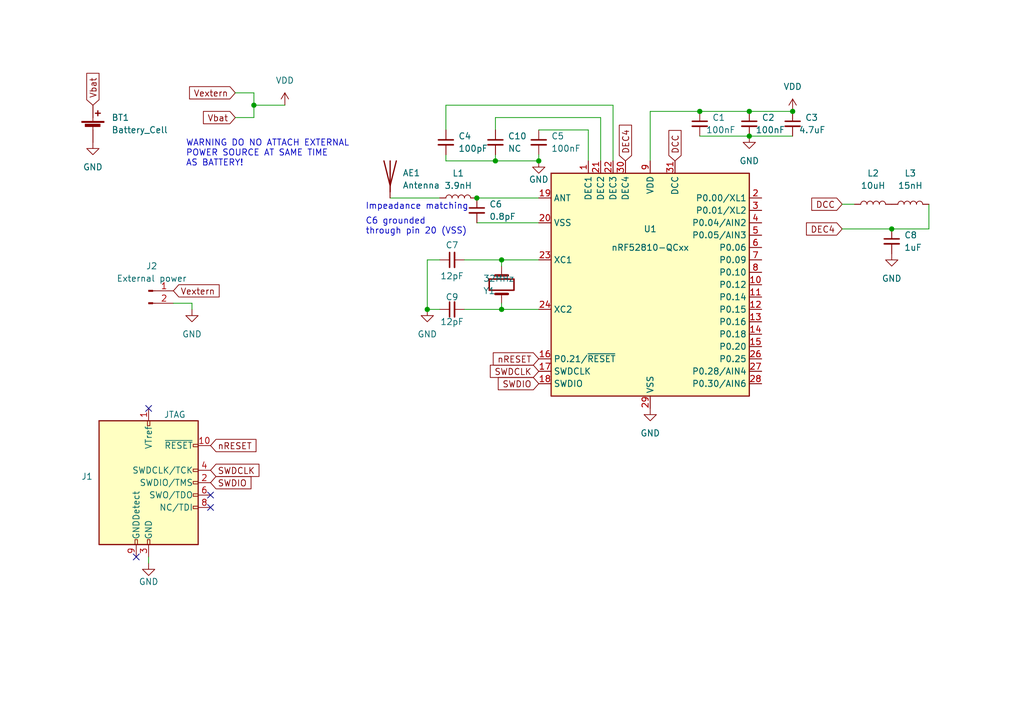
<source format=kicad_sch>
(kicad_sch (version 20211123) (generator eeschema)
  (paper "A5")
  (title_block (title "BLE beacon"))
  (lib_symbols
    (symbol "Connector:Conn_01x02_Male" (pin_names (offset 1.016) hide)
      (property "Reference" "J" (at 0 2.54 0))
      (property "Value" "Conn_01x02_Male" (at 0 -5.08 0))
      (symbol "Conn_01x02_Male_1_1"
        (polyline (pts (xy 1.27 -2.54) (xy 0.8636 -2.54)) (stroke (width 0.1524)))
        (polyline (pts (xy 1.27 0) (xy 0.8636 0)) (stroke (width 0.1524)))
        (rectangle (start 0.8636 -2.413) (end 0 -2.667) (stroke (width 0.1524)) (fill (type outline)))
        (rectangle (start 0.8636 0.127) (end 0 -0.127) (stroke (width 0.1524)) (fill (type outline)))
        (pin passive line (at 5.08 0 180) (length 3.81) (name "Pin_1") (number "1"))
        (pin passive line (at 5.08 -2.54 180) (length 3.81) (name "Pin_2") (number "2"))
      )
    )
    (symbol "Connector:Conn_ARM_JTAG_SWD_10" (pin_names (offset 1.016))
      (property "Reference" "J" (at -2.54 16.51 0))
      (property "Value" "Conn_ARM_JTAG_SWD_10" (at -2.54 13.97 0))
      (symbol "Conn_ARM_JTAG_SWD_10_0_1"
        (rectangle (start -10.16 12.7) (end 10.16 -12.7) (stroke (width 0.254)) (fill (type background)))
        (rectangle (start -2.794 -12.7) (end -2.286 -11.684))
        (rectangle (start -0.254 -12.7) (end 0.254 -11.684))
        (rectangle (start -0.254 12.7) (end 0.254 11.684))
        (rectangle (start 9.144 2.286) (end 10.16 2.794))
        (rectangle (start 10.16 -2.794) (end 9.144 -2.286))
        (rectangle (start 10.16 -0.254) (end 9.144 0.254))
        (rectangle (start 10.16 7.874) (end 9.144 7.366))
      )
      (symbol "Conn_ARM_JTAG_SWD_10_1_1"
        (rectangle (start 9.144 -5.334) (end 10.16 -4.826))
        (pin power_in line (at 0 15.24 270) (length 2.54) (name "VTref") (number "1"))
        (pin open_collector line (at 12.7 7.62 180) (length 2.54) (name "~{RESET}") (number "10"))
        (pin bidirectional line (at 12.7 0 180) (length 2.54) (name "SWDIO/TMS") (number "2"))
        (pin power_in line (at 0 -15.24 90) (length 2.54) (name "GND") (number "3"))
        (pin output line (at 12.7 2.54 180) (length 2.54) (name "SWDCLK/TCK") (number "4"))
        (pin passive line (at 0 -15.24 90) (length 2.54) hide (name "GND") (number "5"))
        (pin input line (at 12.7 -2.54 180) (length 2.54) (name "SWO/TDO") (number "6"))
        (pin no_connect line (at -10.16 0 0) (length 2.54) hide (name "KEY") (number "7"))
        (pin output line (at 12.7 -5.08 180) (length 2.54) (name "NC/TDI") (number "8"))
        (pin passive line (at -2.54 -15.24 90) (length 2.54) (name "GNDDetect") (number "9"))
      )
    )
    (symbol "Device:Antenna" (pin_numbers hide) (pin_names (offset 1.016) hide)
      (property "Reference" "AE" (at -1.905 1.905 0))
      (property "Value" "Antenna" (at -1.905 0 0))
      (symbol "Antenna_0_1"
        (polyline (pts (xy 0 2.54) (xy 0 -3.81)) (stroke (width 0.254)))
        (polyline (pts (xy 1.27 2.54) (xy 0 -2.54) (xy -1.27 2.54)) (stroke (width 0.254)))
      )
      (symbol "Antenna_1_1"
        (pin input line (at 0 -5.08 90) (length 2.54) (name "A") (number "1"))
      )
    )
    (symbol "Device:Battery_Cell" (pin_numbers hide) (pin_names (offset 0) hide)
      (property "Reference" "BT" (at 2.54 2.54 0))
      (property "Value" "Battery_Cell" (at 2.54 0 0))
      (symbol "Battery_Cell_0_1"
        (rectangle (start -2.286 1.778) (end 2.286 1.524) (fill (type outline)))
        (rectangle (start -1.5748 1.1938) (end 1.4732 0.6858) (fill (type outline)))
        (polyline (pts (xy 0 0.762) (xy 0 0)))
        (polyline (pts (xy 0 1.778) (xy 0 2.54)))
        (polyline (pts (xy 0.508 3.429) (xy 1.524 3.429)) (stroke (width 0.254)))
        (polyline (pts (xy 1.016 3.937) (xy 1.016 2.921)) (stroke (width 0.254)))
      )
      (symbol "Battery_Cell_1_1"
        (pin passive line (at 0 5.08 270) (length 2.54) (name "+") (number "1"))
        (pin passive line (at 0 -2.54 90) (length 2.54) (name "-") (number "2"))
      )
    )
    (symbol "Device:C_Small" (pin_numbers hide) (pin_names (offset 0.254) hide)
      (property "Reference" "C" (at 0.254 1.778 0))
      (property "Value" "C_Small" (at 0.254 -2.032 0))
      (symbol "C_Small_0_1"
        (polyline (pts (xy -1.524 -0.508) (xy 1.524 -0.508)) (stroke (width 0.3302)))
        (polyline (pts (xy -1.524 0.508) (xy 1.524 0.508)) (stroke (width 0.3048)))
      )
      (symbol "C_Small_1_1"
        (pin passive line (at 0 2.54 270) (length 2.032) (name "~") (number "1"))
        (pin passive line (at 0 -2.54 90) (length 2.032) (name "~") (number "2"))
      )
    )
    (symbol "Device:Crystal" (pin_numbers hide) (pin_names (offset 1.016) hide)
      (property "Reference" "Y1" (at -1.2701 3.81 90))
      (property "Value" "32MHz" (at 1.2699 3.81 90))
      (symbol "Crystal_0_1"
        (rectangle (start -1.143 2.54) (end 1.143 -2.54) (stroke (width 0.3048)))
        (polyline (pts (xy -2.54 0) (xy -1.905 0)))
        (polyline (pts (xy -1.905 -1.27) (xy -1.905 1.27)) (stroke (width 0.508)))
        (polyline (pts (xy 1.905 -1.27) (xy 1.905 1.27)) (stroke (width 0.508)))
        (polyline (pts (xy 2.54 0) (xy 1.905 0)))
      )
      (symbol "Crystal_1_1"
        (pin passive line (at -3.81 0 0) (length 1.27) (name "1") (number "1"))
        (pin passive line (at 3.81 0 180) (length 1.27) (name "3") (number "3"))
      )
    )
    (symbol "Device:L" (pin_numbers hide) (pin_names (offset 1.016) hide)
      (property "Reference" "L" (at -1.27 0 90))
      (property "Value" "L" (at 1.905 0 90))
      (symbol "L_0_1"
        (arc (start 0 -2.54) (mid 0.635 -1.905) (end 0 -1.27))
        (arc (start 0 -1.27) (mid 0.635 -0.635) (end 0 0))
        (arc (start 0 0) (mid 0.635 0.635) (end 0 1.27))
        (arc (start 0 1.27) (mid 0.635 1.905) (end 0 2.54))
      )
      (symbol "L_1_1"
        (pin passive line (at 0 3.81 270) (length 1.27) (name "1") (number "1"))
        (pin passive line (at 0 -3.81 90) (length 1.27) (name "2") (number "2"))
      )
    )
    (symbol "MCU_Nordic:nRF52810-QCxx"
      (property "Reference" "U1" (at 0 11.43 0))
      (property "Value" "nRF52810-QCxx" (at 0 7.62 0))
      (symbol "nRF52810-QCxx_0_1"
        (rectangle (start -20.32 22.86) (end 20.32 -22.86) (stroke (width 0.254)) (fill (type background)))
      )
      (symbol "nRF52810-QCxx_1_1"
        (pin passive line (at -12.7 25.4 270) (length 2.54) (name "DEC1") (number "1"))
        (pin bidirectional line (at 22.86 0 180) (length 2.54) (name "P0.12") (number "10"))
        (pin bidirectional line (at 22.86 -2.54 180) (length 2.54) (name "P0.14") (number "11"))
        (pin bidirectional line (at 22.86 -5.08 180) (length 2.54) (name "P0.15") (number "12"))
        (pin bidirectional line (at 22.86 -7.62 180) (length 2.54) (name "P0.16") (number "13"))
        (pin bidirectional line (at 22.86 -10.16 180) (length 2.54) (name "P0.18") (number "14"))
        (pin bidirectional line (at 22.86 -12.7 180) (length 2.54) (name "P0.20") (number "15"))
        (pin bidirectional line (at -22.86 -15.24 0) (length 2.54) (name "P0.21/~{RESET}") (number "16"))
        (pin input line (at -22.86 -17.78 0) (length 2.54) (name "SWDCLK") (number "17"))
        (pin bidirectional line (at -22.86 -20.32 0) (length 2.54) (name "SWDIO") (number "18"))
        (pin passive line (at -22.86 17.78 0) (length 2.54) (name "ANT") (number "19"))
        (pin bidirectional line (at 22.86 17.78 180) (length 2.54) (name "P0.00/XL1") (number "2"))
        (pin power_in line (at -22.86 12.7 0) (length 2.54) (name "VSS") (number "20"))
        (pin passive line (at -10.16 25.4 270) (length 2.54) (name "DEC2") (number "21"))
        (pin passive line (at -7.62 25.4 270) (length 2.54) (name "DEC3") (number "22"))
        (pin input line (at -22.86 5.08 0) (length 2.54) (name "XC1") (number "23"))
        (pin input line (at -22.86 -5.08 0) (length 2.54) (name "XC2") (number "24"))
        (pin passive line (at 0 25.4 270) (length 2.54) hide (name "VDD") (number "25"))
        (pin bidirectional line (at 22.86 -15.24 180) (length 2.54) (name "P0.25") (number "26"))
        (pin bidirectional line (at 22.86 -17.78 180) (length 2.54) (name "P0.28/AIN4") (number "27"))
        (pin bidirectional line (at 22.86 -20.32 180) (length 2.54) (name "P0.30/AIN6") (number "28"))
        (pin power_in line (at 0 -25.4 90) (length 2.54) (name "VSS") (number "29"))
        (pin bidirectional line (at 22.86 15.24 180) (length 2.54) (name "P0.01/XL2") (number "3"))
        (pin passive line (at -5.08 25.4 270) (length 2.54) (name "DEC4") (number "30"))
        (pin power_out line (at 5.08 25.4 270) (length 2.54) (name "DCC") (number "31"))
        (pin passive line (at 0 25.4 270) (length 2.54) hide (name "VDD") (number "32"))
        (pin passive line (at 0 -25.4 90) (length 2.54) hide (name "VSS") (number "33"))
        (pin bidirectional line (at 22.86 12.7 180) (length 2.54) (name "P0.04/AIN2") (number "4"))
        (pin bidirectional line (at 22.86 10.16 180) (length 2.54) (name "P0.05/AIN3") (number "5"))
        (pin bidirectional line (at 22.86 7.62 180) (length 2.54) (name "P0.06") (number "6"))
        (pin bidirectional line (at 22.86 5.08 180) (length 2.54) (name "P0.09") (number "7"))
        (pin bidirectional line (at 22.86 2.54 180) (length 2.54) (name "P0.10") (number "8"))
        (pin power_in line (at 0 25.4 270) (length 2.54) (name "VDD") (number "9"))
      )
    )
    (symbol "power:GND" (power) (pin_names (offset 0))
      (property "Value" "GND" (at 0 -3.81 0))
      (symbol "GND_0_1"
        (polyline (pts (xy 0 0) (xy 0 -1.27) (xy 1.27 -1.27) (xy 0 -2.54) (xy -1.27 -1.27) (xy 0 -1.27)))
      )
      (symbol "GND_1_1"
        (pin power_in line (at 0 0 270) (length 0) hide (name "GND") (number "1"))
      )
    )
    (symbol "power:VDD" (power) (pin_names (offset 0))
      (property "Value" "VDD" (at 0 3.81 0))
      (symbol "VDD_0_1"
        (polyline (pts (xy -0.762 1.27) (xy 0 2.54)))
        (polyline (pts (xy 0 0) (xy 0 2.54)))
        (polyline (pts (xy 0 2.54) (xy 0.762 1.27)))
      )
      (symbol "VDD_1_1"
        (pin power_in line (at 0 0 90) (length 0) hide (name "VDD") (number "1"))
      )
    )
  )
  (junction (at 101.6 33.02))
  (junction (at 143.51 22.86))
  (junction (at 153.67 22.86))
  (junction (at 182.88 46.99))
  (junction (at 97.79 40.64))
  (junction (at 153.67 27.94))
  (junction (at 87.63 63.5))
  (junction (at 102.87 63.5))
  (junction (at 52.07 21.59))
  (junction (at 110.49 33.02))
  (junction (at 102.87 53.34))
  (junction (at 162.56 22.86))
  (no_connect (at 30.48 83.82))
  (no_connect (at 43.18 101.6))
  (no_connect (at 43.18 104.14))
  (no_connect (at 27.94 114.3))
  (wire (pts (xy 101.6 33.02) (xy 101.6 31.75)))
  (wire (pts (xy 153.67 27.94) (xy 162.56 27.94)))
  (wire (pts (xy 101.6 24.13) (xy 123.19 24.13)))
  (wire (pts (xy 102.87 53.34) (xy 102.87 54.61)))
  (wire (pts (xy 110.49 53.34) (xy 102.87 53.34)))
  (wire (pts (xy 52.07 21.59) (xy 58.42 21.59)))
  (wire (pts (xy 91.44 33.02) (xy 101.6 33.02)))
  (wire (pts (xy 95.25 53.34) (xy 102.87 53.34)))
  (wire (pts (xy 91.44 21.59) (xy 91.44 26.67)))
  (wire (pts (xy 125.73 21.59) (xy 91.44 21.59)))
  (wire (pts (xy 125.73 33.02) (xy 125.73 21.59)))
  (wire (pts (xy 110.49 33.02) (xy 110.49 31.75)))
  (wire (pts (xy 95.25 63.5) (xy 102.87 63.5)))
  (wire (pts (xy 123.19 24.13) (xy 123.19 33.02)))
  (wire (pts (xy 172.72 41.91) (xy 175.26 41.91)))
  (wire (pts (xy 120.65 26.67) (xy 110.49 26.67)))
  (wire (pts (xy 120.65 33.02) (xy 120.65 26.67)))
  (wire (pts (xy 80.01 40.64) (xy 90.17 40.64)))
  (wire (pts (xy 143.51 27.94) (xy 153.67 27.94)))
  (wire (pts (xy 87.63 53.34) (xy 87.63 63.5)))
  (wire (pts (xy 87.63 63.5) (xy 90.17 63.5)))
  (wire (pts (xy 90.17 53.34) (xy 87.63 53.34)))
  (wire (pts (xy 172.72 46.99) (xy 182.88 46.99)))
  (wire (pts (xy 182.88 46.99) (xy 190.5 46.99)))
  (wire (pts (xy 190.5 46.99) (xy 190.5 41.91)))
  (wire (pts (xy 133.35 22.86) (xy 143.51 22.86)))
  (wire (pts (xy 133.35 33.02) (xy 133.35 22.86)))
  (wire (pts (xy 97.79 45.72) (xy 110.49 45.72)))
  (wire (pts (xy 91.44 33.02) (xy 91.44 31.75)))
  (wire (pts (xy 52.07 19.05) (xy 52.07 21.59)))
  (wire (pts (xy 48.26 24.13) (xy 52.07 24.13)))
  (wire (pts (xy 97.79 40.64) (xy 110.49 40.64)))
  (wire (pts (xy 101.6 26.67) (xy 101.6 24.13)))
  (wire (pts (xy 102.87 62.23) (xy 102.87 63.5)))
  (wire (pts (xy 102.87 63.5) (xy 110.49 63.5)))
  (wire (pts (xy 52.07 21.59) (xy 52.07 24.13)))
  (wire (pts (xy 39.37 62.23) (xy 39.37 63.5)))
  (wire (pts (xy 48.26 19.05) (xy 52.07 19.05)))
  (wire (pts (xy 30.48 115.57) (xy 30.48 114.3)))
  (wire (pts (xy 35.56 62.23) (xy 39.37 62.23)))
  (wire (pts (xy 101.6 33.02) (xy 110.49 33.02)))
  (wire (pts (xy 143.51 22.86) (xy 153.67 22.86)))
  (wire (pts (xy 153.67 22.86) (xy 162.56 22.86)))
  (text "WARNING DO NO ATTACH EXTERNAL\nPOWER SOURCE AT SAME TIME \nAS BATTERY!" (at 38.1 34.29 0) (effects (font (size 1.27 1.27)) (justify left bottom)))
  (text "Impeadance matching" (at 74.93 43.18 0) (effects (font (size 1.27 1.27)) (justify left bottom)))
  (text "C6 grounded \nthrough pin 20 (VSS)\n" (at 74.93 48.26 0) (effects (font (size 1.27 1.27)) (justify left bottom)))
  (global_label "DCC" (shape input) (at 138.43 33.02 90) (property "Intersheet References" "${INTERSHEET_REFS}" (effects hide)))
  (global_label "Vextern" (shape input) (at 48.26 19.05 180) (property "Intersheet References" "${INTERSHEET_REFS}" (effects hide)))
  (global_label "Vextern" (shape input) (at 35.56 59.69 0) (property "Intersheet References" "${INTERSHEET_REFS}" (effects hide)))
  (global_label "nRESET" (shape input) (at 43.18 91.44 0) (property "Intersheet References" "${INTERSHEET_REFS}" (effects hide)))
  (global_label "DEC4" (shape input) (at 128.27 33.02 90) (property "Intersheet References" "${INTERSHEET_REFS}" (effects hide)))
  (global_label "SWDIO" (shape input) (at 43.18 99.06 0) (property "Intersheet References" "${INTERSHEET_REFS}" (effects hide)))
  (global_label "Vbat" (shape input) (at 48.26 24.13 180) (property "Intersheet References" "${INTERSHEET_REFS}" (effects hide)))
  (global_label "DEC4" (shape input) (at 172.72 46.99 180) (property "Intersheet References" "${INTERSHEET_REFS}" (effects hide)))
  (global_label "SWDCLK" (shape input) (at 110.49 76.2 180) (property "Intersheet References" "${INTERSHEET_REFS}" (effects hide)))
  (global_label "SWDIO" (shape input) (at 110.49 78.74 180) (property "Intersheet References" "${INTERSHEET_REFS}" (effects hide)))
  (global_label "nRESET" (shape input) (at 110.49 73.66 180) (property "Intersheet References" "${INTERSHEET_REFS}" (effects hide)))
  (global_label "DCC" (shape input) (at 172.72 41.91 180) (property "Intersheet References" "${INTERSHEET_REFS}" (effects hide)))
  (global_label "SWDCLK" (shape input) (at 43.18 96.52 0) (property "Intersheet References" "${INTERSHEET_REFS}" (effects hide)))
  (global_label "Vbat" (shape input) (at 19.05 21.59 90) (property "Intersheet References" "${INTERSHEET_REFS}" (effects hide)))
  (symbol (lib_id "Connector:Conn_ARM_JTAG_SWD_10") (at 30.48 99.06 0) (unit 1)
    (property "Reference" "J1" (at 19.05 97.7899 0) (effects (justify right)))
    (property "Value" "JTAG" (at 38.1 85.09 0) (effects (justify right)))
    (property "Footprint" "Connector_PinSocket_1.27mm:PinSocket_2x05_P1.27mm_Vertical_SMD" (effects hide))
    (property "Datasheet" "http://infocenter.arm.com/help/topic/com.arm.doc.ddi0314h/DDI0314H_coresight_components_trm.pdf" (effects hide))
    (property "MPN" "1156861" (effects hide))
  )
  (symbol (lib_id "Device:L") (at 93.98 40.64 90) (unit 1)
    (property "Reference" "L1" (at 93.98 35.56 90))
    (property "Value" "3.9nH" (at 93.98 38.1 90))
    (property "Footprint" "Inductor_SMD:L_0402_1005Metric_Pad0.77x0.64mm_HandSolder" (effects hide))
    (property "MPN" "0402HS-3N9EJTS" (effects hide))
  )
  (symbol (lib_id "Device:C_Small") (at 143.51 25.4 0) (unit 1)
    (property "Reference" "C1" (at 146.05 24.1299 0) (effects (justify left)))
    (property "Value" "100nF" (at 144.78 26.6699 0) (effects (justify left)))
    (property "Footprint" "Capacitor_SMD:C_0402_1005Metric_Pad0.74x0.62mm_HandSolder" (effects hide))
    (property "MPN" "CL05B104KO5NNNC" (effects hide))
  )
  (symbol (lib_id "Device:L") (at 186.69 41.91 90) (unit 1)
    (property "Reference" "L3" (at 186.69 35.56 90))
    (property "Value" "15nH" (at 186.69 38.1 90))
    (property "Footprint" "Inductor_SMD:L_0402_1005Metric_Pad0.77x0.64mm_HandSolder" (effects hide))
    (property "MPN" "74478415" (effects hide))
  )
  (symbol (lib_id "power:GND") (at 87.63 63.5 0) (unit 1)
    (property "Reference" "#PWR011" (effects hide))
    (property "Value" "GND" (at 87.63 68.58 0))
  )
  (symbol (lib_id "MCU_Nordic:nRF52810-QCxx") (at 133.35 58.42 0) (unit 1)
    (property "Reference" "U1" (at 133.35 46.99 0))
    (property "Value" "nRF52810-QCxx" (at 133.35 50.8 0))
    (property "Footprint" "Package_DFN_QFN:QFN-32-1EP_5x5mm_P0.5mm_EP3.6x3.6mm" (effects hide))
    (property "Datasheet" "http://infocenter.nordicsemi.com/pdf/nRF52810_PS_v1.1.pdf" (effects hide))
    (property "MPN" "NRF52810-QCAA-R" (effects hide))
  )
  (symbol (lib_id "power:GND") (at 39.37 63.5 0) (unit 1)
    (property "Reference" "#PWR0101" (effects hide))
    (property "Value" "GND" (at 39.37 68.58 0))
  )
  (symbol (lib_id "power:GND") (at 110.49 33.02 0) (unit 1)
    (property "Reference" "#PWR08" (effects hide))
    (property "Value" "GND" (at 110.49 36.83 0))
  )
  (symbol (lib_id "Device:C_Small") (at 182.88 49.53 0) (unit 1)
    (property "Reference" "C8" (at 185.42 48.2599 0) (effects (justify left)))
    (property "Value" "1uF" (at 185.42 50.7999 0) (effects (justify left)))
    (property "Footprint" "Capacitor_SMD:C_0603_1608Metric" (effects hide))
    (property "MPN" "CL10B105KP8NNNC" (effects hide))
  )
  (symbol (lib_id "power:GND") (at 133.35 83.82 0) (unit 1)
    (property "Reference" "#PWR013" (effects hide))
    (property "Value" "GND" (at 133.35 88.9 0))
  )
  (symbol (lib_id "Device:C_Small") (at 162.56 25.4 0) (unit 1)
    (property "Reference" "C3" (at 165.1 24.1299 0) (effects (justify left)))
    (property "Value" "4.7uF" (at 163.83 26.6699 0) (effects (justify left)))
    (property "Footprint" "Capacitor_SMD:C_0603_1608Metric" (effects hide))
    (property "MPN" "CL10A475KP8NNNC" (effects hide))
  )
  (symbol (lib_id "Device:C_Small") (at 101.6 29.21 0) (unit 1)
    (property "Reference" "C10" (at 104.14 27.9399 0) (effects (justify left)))
    (property "Value" "NC" (at 104.14 30.4799 0) (effects (justify left)))
    (property "Footprint" "Capacitor_SMD:C_0402_1005Metric_Pad0.74x0.62mm_HandSolder" (effects hide))
  )
  (symbol (lib_id "power:GND") (at 30.48 115.57 0) (unit 1)
    (property "Reference" "#PWR012" (effects hide))
    (property "Value" "GND" (at 30.48 119.38 0))
  )
  (symbol (lib_id "Device:C_Small") (at 91.44 29.21 0) (unit 1)
    (property "Reference" "C4" (at 93.98 27.9399 0) (effects (justify left)))
    (property "Value" "100pF" (at 93.98 30.4799 0) (effects (justify left)))
    (property "Footprint" "Capacitor_SMD:C_0402_1005Metric_Pad0.74x0.62mm_HandSolder" (effects hide))
    (property "MPN" "CL05C101JB5NNNC" (effects hide))
  )
  (symbol (lib_id "Device:C_Small") (at 92.71 53.34 90) (unit 1)
    (property "Reference" "C7" (at 92.71 50.3013 90))
    (property "Value" "12pF" (at 92.71 56.6513 90))
    (property "Footprint" "Capacitor_SMD:C_0402_1005Metric_Pad0.74x0.62mm_HandSolder" (effects hide))
    (property "MPN" "GRM1555C1H120GA01D" (effects hide))
  )
  (symbol (lib_id "power:VDD") (at 162.56 22.86 0) (unit 1)
    (property "Reference" "#PWR02" (effects hide))
    (property "Value" "VDD" (at 162.56 17.78 0))
  )
  (symbol (lib_id "Device:Crystal") (at 102.87 58.42 90) (unit 1)
    (property "Reference" "Y1" (at 99.06 59.6901 90) (effects (justify right)))
    (property "Value" "32MHz" (at 99.06 57.1501 90) (effects (justify right)))
    (property "Footprint" "Oscillator:Oscillator_SMD_ECS_2520MV-xxx-xx-4Pin_2.5x2.0mm" (effects hide))
    (property "MPN" "ECS-320-8-36CKM-TR3" (effects hide))
  )
  (symbol (lib_id "power:GND") (at 19.05 29.21 0) (unit 1)
    (property "Reference" "#PWR03" (effects hide))
    (property "Value" "GND" (at 19.05 34.29 0))
  )
  (symbol (lib_id "Device:Battery_Cell") (at 19.05 26.67 0) (unit 1)
    (property "Reference" "BT1" (at 22.86 24.1299 0) (effects (justify left)))
    (property "Value" "Battery_Cell" (at 22.86 26.6699 0) (effects (justify left)))
    (property "Footprint" "SnapEDA Library:BAT_BAT-HLD-006-SMT" (effects hide))
    (property "MPN" "BAT-HLD-006-SMT" (effects hide))
  )
  (symbol (lib_id "power:GND") (at 153.67 27.94 0) (unit 1)
    (property "Reference" "#PWR05" (effects hide))
    (property "Value" "GND" (at 153.67 33.02 0))
  )
  (symbol (lib_id "Device:Antenna") (at 80.01 35.56 0) (unit 1)
    (property "Reference" "AE1" (at 82.55 35.4964 0) (effects (justify left)))
    (property "Value" "Antenna" (at 82.55 38.0364 0) (effects (justify left)))
    (property "Footprint" "RF_Antenna:Texas_SWRA117D_2.4GHz_Left" (effects hide))
  )
  (symbol (lib_id "Device:C_Small") (at 92.71 63.5 90) (unit 1)
    (property "Reference" "C9" (at 92.71 60.96 90))
    (property "Value" "12pF" (at 92.71 66.04 90))
    (property "Footprint" "Capacitor_SMD:C_0402_1005Metric_Pad0.74x0.62mm_HandSolder" (effects hide))
    (property "MPN" "GRM1555C1H120GA01D" (effects hide))
  )
  (symbol (lib_id "Device:C_Small") (at 153.67 25.4 0) (unit 1)
    (property "Reference" "C2" (at 156.21 24.1299 0) (effects (justify left)))
    (property "Value" "100nF" (at 154.94 26.6699 0) (effects (justify left)))
    (property "Footprint" "Capacitor_SMD:C_0402_1005Metric_Pad0.74x0.62mm_HandSolder" (effects hide))
    (property "MPN" "CL05B104KO5NNNC" (effects hide))
  )
  (symbol (lib_id "Device:C_Small") (at 110.49 29.21 0) (unit 1)
    (property "Reference" "C5" (at 113.03 27.9399 0) (effects (justify left)))
    (property "Value" "100nF" (at 113.03 30.4799 0) (effects (justify left)))
    (property "Footprint" "Capacitor_SMD:C_0402_1005Metric_Pad0.74x0.62mm_HandSolder" (effects hide))
    (property "MPN" "CL05B104KO5NNNC" (effects hide))
  )
  (symbol (lib_id "power:GND") (at 182.88 52.07 0) (unit 1)
    (property "Reference" "#PWR010" (effects hide))
    (property "Value" "GND" (at 182.88 57.15 0))
  )
  (symbol (lib_id "Device:L") (at 179.07 41.91 90) (unit 1)
    (property "Reference" "L2" (at 179.07 35.56 90))
    (property "Value" "10uH" (at 179.07 38.1 90))
    (property "Footprint" "Inductor_SMD:L_0603_1608Metric" (effects hide))
    (property "MPN" "MCL1608V1-100-R" (effects hide))
  )
  (symbol (lib_id "Device:C_Small") (at 97.79 43.18 0) (unit 1)
    (property "Reference" "C6" (at 100.33 41.9099 0) (effects (justify left)))
    (property "Value" "0.8pF" (at 100.33 44.4499 0) (effects (justify left)))
    (property "Footprint" "Capacitor_SMD:C_0402_1005Metric_Pad0.74x0.62mm_HandSolder" (effects hide))
    (property "MPN" "GCQ1555C1HR12BB01D" (effects hide))
  )
  (symbol (lib_id "Connector:Conn_01x02_Male") (at 30.48 59.69 0) (unit 1)
    (property "Reference" "J2" (at 31.115 54.61 0))
    (property "Value" "External power" (at 31.115 57.15 0))
    (property "Footprint" "Connector_PinSocket_2.54mm:PinSocket_1x02_P2.54mm_Vertical" (effects hide))
  )
  (symbol (lib_id "power:VDD") (at 58.42 21.59 0) (unit 1)
    (property "Reference" "#PWR0102" (effects hide))
    (property "Value" "VDD" (at 58.42 16.51 0))
  )
)
</source>
